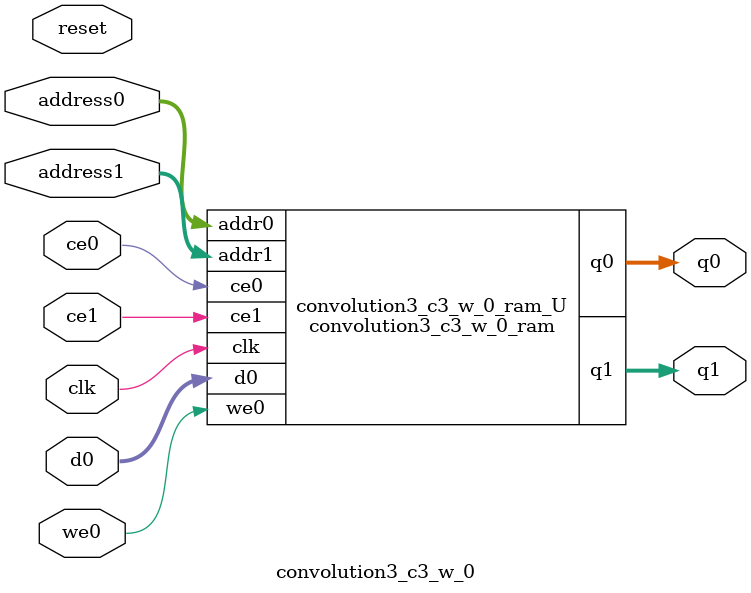
<source format=v>

`timescale 1 ns / 1 ps
module convolution3_c3_w_0_ram (addr0, ce0, d0, we0, q0, addr1, ce1, q1,  clk);

parameter DWIDTH = 32;
parameter AWIDTH = 9;
parameter MEM_SIZE = 480;

input[AWIDTH-1:0] addr0;
input ce0;
input[DWIDTH-1:0] d0;
input we0;
output reg[DWIDTH-1:0] q0;
input[AWIDTH-1:0] addr1;
input ce1;
output reg[DWIDTH-1:0] q1;
input clk;

(* ram_style = "block" *)reg [DWIDTH-1:0] ram[0:MEM_SIZE-1];




always @(posedge clk)  
begin 
    if (ce0) 
    begin
        if (we0) 
        begin 
            ram[addr0] <= d0; 
            q0 <= d0;
        end 
        else 
            q0 <= ram[addr0];
    end
end


always @(posedge clk)  
begin 
    if (ce1) 
    begin
            q1 <= ram[addr1];
    end
end


endmodule


`timescale 1 ns / 1 ps
module convolution3_c3_w_0(
    reset,
    clk,
    address0,
    ce0,
    we0,
    d0,
    q0,
    address1,
    ce1,
    q1);

parameter DataWidth = 32'd32;
parameter AddressRange = 32'd480;
parameter AddressWidth = 32'd9;
input reset;
input clk;
input[AddressWidth - 1:0] address0;
input ce0;
input we0;
input[DataWidth - 1:0] d0;
output[DataWidth - 1:0] q0;
input[AddressWidth - 1:0] address1;
input ce1;
output[DataWidth - 1:0] q1;



convolution3_c3_w_0_ram convolution3_c3_w_0_ram_U(
    .clk( clk ),
    .addr0( address0 ),
    .ce0( ce0 ),
    .d0( d0 ),
    .we0( we0 ),
    .q0( q0 ),
    .addr1( address1 ),
    .ce1( ce1 ),
    .q1( q1 ));

endmodule


</source>
